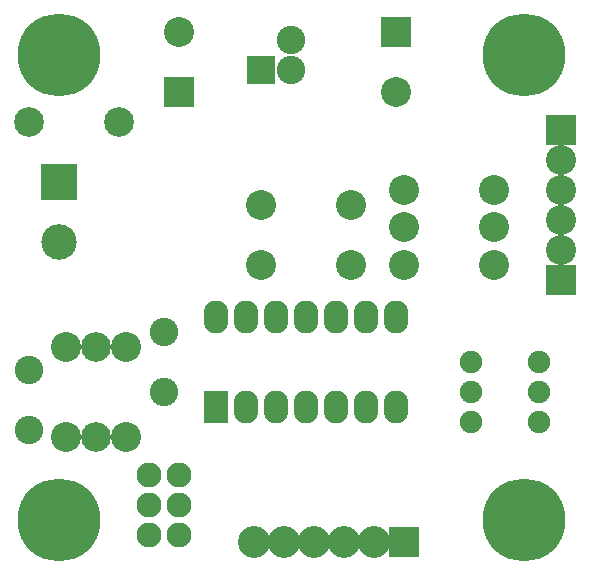
<source format=gts>
G04 (created by PCBNEW (2013-07-07 BZR 4022)-stable) date 02/06/2014 16:55:50*
%MOIN*%
G04 Gerber Fmt 3.4, Leading zero omitted, Abs format*
%FSLAX34Y34*%
G01*
G70*
G90*
G04 APERTURE LIST*
%ADD10C,0.00590551*%
%ADD11C,0.1*%
%ADD12R,0.095X0.095*%
%ADD13C,0.095*%
%ADD14C,0.2759*%
%ADD15C,0.0751181*%
%ADD16R,0.1X0.1*%
%ADD17C,0.0987*%
%ADD18C,0.083*%
%ADD19R,0.1184X0.1184*%
%ADD20C,0.1184*%
%ADD21R,0.1027X0.1027*%
%ADD22C,0.1066*%
%ADD23R,0.082X0.11*%
%ADD24O,0.082X0.11*%
G04 APERTURE END LIST*
G54D10*
G54D11*
X13750Y2000D03*
X13750Y4000D03*
X16750Y2000D03*
X16750Y4000D03*
G54D12*
X13750Y8500D03*
G54D13*
X14750Y8500D03*
X14750Y9500D03*
X6000Y-1500D03*
X6000Y-3500D03*
G54D14*
X7000Y9000D03*
X22500Y-6500D03*
X22500Y9000D03*
X7000Y-6500D03*
G54D15*
X20750Y-1250D03*
X20750Y-3250D03*
X20750Y-2250D03*
X23000Y-1250D03*
X23000Y-3250D03*
X23000Y-2250D03*
G54D13*
X10500Y-250D03*
X10500Y-2250D03*
G54D16*
X18250Y9750D03*
G54D11*
X18250Y7750D03*
G54D17*
X8250Y-750D03*
X8250Y-3750D03*
G54D16*
X11000Y7750D03*
G54D11*
X11000Y9750D03*
G54D17*
X9000Y6750D03*
X6000Y6750D03*
G54D18*
X10000Y-7000D03*
X11000Y-7000D03*
X10000Y-6000D03*
X11000Y-6000D03*
X10000Y-5000D03*
X11000Y-5000D03*
G54D19*
X7000Y4750D03*
G54D20*
X7000Y2750D03*
G54D21*
X18500Y-7250D03*
G54D22*
X17500Y-7250D03*
X16500Y-7250D03*
X15500Y-7250D03*
X14500Y-7250D03*
X13500Y-7250D03*
G54D16*
X23750Y6500D03*
G54D11*
X23750Y5500D03*
X23750Y4500D03*
X9250Y-750D03*
X9250Y-3750D03*
X7250Y-750D03*
X7250Y-3750D03*
X18500Y3250D03*
X21500Y3250D03*
X18500Y2000D03*
X21500Y2000D03*
X18500Y4500D03*
X21500Y4500D03*
G54D23*
X12250Y-2750D03*
G54D24*
X13250Y-2750D03*
X14250Y-2750D03*
X15250Y-2750D03*
X16250Y-2750D03*
X17250Y-2750D03*
X18250Y-2750D03*
X18250Y250D03*
X17250Y250D03*
X16250Y250D03*
X15250Y250D03*
X14250Y250D03*
X13250Y250D03*
X12250Y250D03*
G54D16*
X23750Y1500D03*
G54D11*
X23750Y2500D03*
X23750Y3500D03*
M02*

</source>
